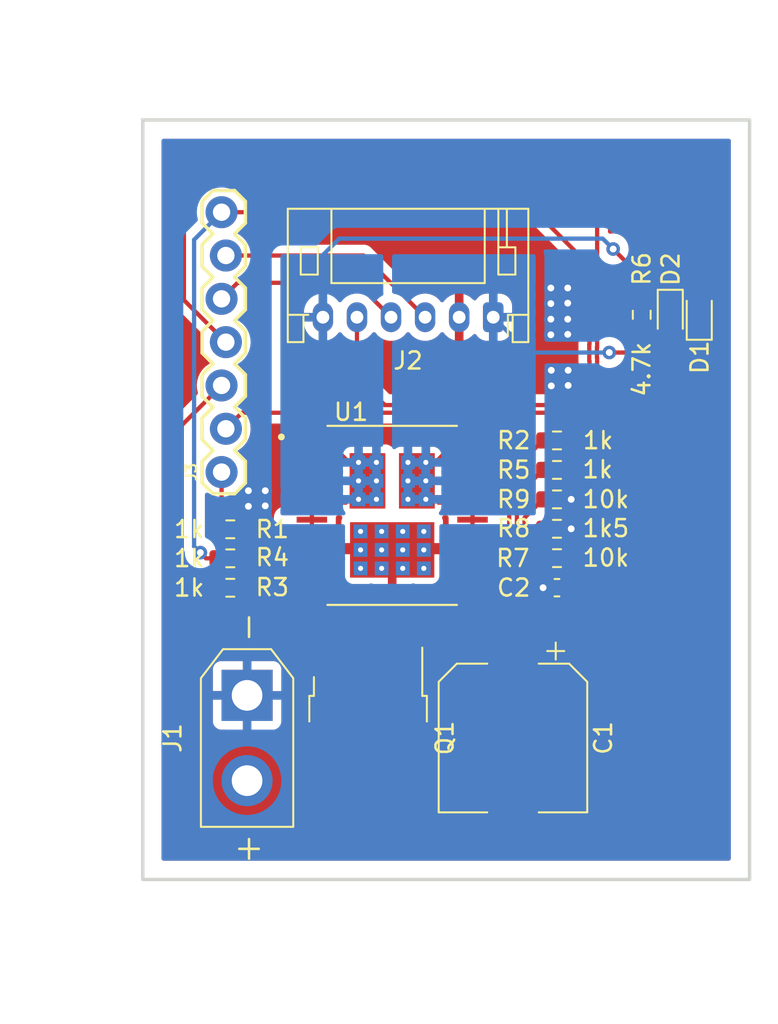
<source format=kicad_pcb>
(kicad_pcb (version 20211014) (generator pcbnew)
  (layers (0 "F.Cu" signal) (31 "B.Cu" signal) (34 "B.Paste" user) (35 "F.Paste" user) (36 "B.SilkS" user "B.Silkscreen") (37 "F.SilkS" user "F.Silkscreen") (38 "B.Mask" user) (39 "F.Mask" user) (44 "Edge.Cuts" user))
  (net 0 "")
  (net 1 "GND")
  (net 2 "/OUTA")
  (net 3 "Net-(C1-Pad1)")
  (net 4 "Net-(R1-Pad2)")
  (net 5 "Net-(R4-Pad1)")
  (net 6 "Net-(R3-Pad2)")
  (net 7 "Net-(R7-Pad2)")
  (net 8 "Net-(R9-Pad1)")
  (net 9 "Net-(R5-Pad1)")
  (net 10 "Net-(R2-Pad2)")
  (net 11 "/OUTB")
  (net 12 "/INA")
  (net 13 "/PWM")
  (net 14 "+3V3")
  (net 15 "Net-(D1-Pad2)")
  (net 16 "/CS")
  (net 17 "+12V")
  (net 18 "/C2")
  (net 19 "/C1")
  (net 20 "/INB")
  (footprint "Capacitor_SMD:CP_Elec_8x10.5" (layer "F.Cu") (at 162.2174 113.7146 -90)
    (fp_text reference "C1" (at 0 -5.3 90) (layer "F.SilkS"))
    (fp_text value "470µF / 16V")
    (fp_line (start -3.295563 4.36) (end 4.36 4.36) (layer "F.SilkS") (width 0.12))
    (fp_line (start -4.36 3.295563) (end -4.36 1.51) (layer "F.SilkS") (width 0.12))
    (fp_line (start -5.6 -2.51) (end -4.6 -2.51) (layer "F.SilkS") (width 0.12))
    (fp_line (start -4.36 3.295563) (end -3.295563 4.36) (layer "F.SilkS") (width 0.12))
    (fp_line (start 4.36 -4.36) (end 4.36 -1.51) (layer "F.SilkS") (width 0.12))
    (fp_line (start -5.1 -3.01) (end -5.1 -2.01) (layer "F.SilkS") (width 0.12))
    (fp_line (start 4.36 4.36) (end 4.36 1.51) (layer "F.SilkS") (width 0.12))
    (fp_line (start -4.36 -3.295563) (end -3.295563 -4.36) (layer "F.SilkS") (width 0.12))
    (fp_line (start -3.295563 -4.36) (end 4.36 -4.36) (layer "F.SilkS") (width 0.12))
    (fp_line (start -4.36 -3.295563) (end -4.36 -1.51) (layer "F.SilkS") (width 0.12))
    (pad "1" smd roundrect locked (at -3.7 0 270) (size 4.4 2.5) (layers "F.Cu" "F.Paste" "F.Mask") (roundrect_rratio 0.1) (net 3 "Net-(C1-Pad1)"))
    (pad "2" smd roundrect locked (at 3.7 0 270) (size 4.4 2.5) (layers "F.Cu" "F.Paste" "F.Mask") (roundrect_rratio 0.1) (net 1 "GND"))
  )
  (footprint "Resistor_SMD:R_0603_1608Metric" (layer "F.Cu") (at 164.800809 96.2636 180)
    (fp_text reference "R2" (at 2.54 0) (layer "F.SilkS"))
    (fp_text value "1k" (at -2.413 0) (layer "F.SilkS"))
    (fp_line (start -0.237258 0.5225) (end 0.237258 0.5225) (layer "F.SilkS") (width 0.12))
    (fp_line (start -0.237258 -0.5225) (end 0.237258 -0.5225) (layer "F.SilkS") (width 0.12))
    (pad "1" smd roundrect (at -0.825 0 180) (size 0.8 0.95) (layers "F.Cu" "F.Paste" "F.Mask") (net 20 "/INB"))
    (pad "2" smd roundrect (at 0.825 0 180) (size 0.8 0.95) (layers "F.Cu" "F.Paste" "F.Mask") (net 10 "Net-(R2-Pad2)"))
  )
  (footprint "Package_TO_SOT_SMD:TO-252-2" (layer "F.Cu") (at 153.7131 113.7146 -90)
    (fp_text reference "Q1" (at 0 -4.5 -270) (layer "F.SilkS"))
    (fp_text value "IRFR5410PbF")
    (fp_line (start -2.47 -3.18) (end -5.3 -3.18) (layer "F.SilkS") (width 0.12))
    (fp_line (start -0.97 3.45) (end -2.47 3.45) (layer "F.SilkS") (width 0.12))
    (fp_line (start -2.47 -3.45) (end -2.47 -3.18) (layer "F.SilkS") (width 0.12))
    (fp_line (start -2.47 3.18) (end -3.57 3.18) (layer "F.SilkS") (width 0.12))
    (fp_line (start -0.97 -3.45) (end -2.47 -3.45) (layer "F.SilkS") (width 0.12))
    (fp_line (start -2.47 3.45) (end -2.47 3.18) (layer "F.SilkS") (width 0.12))
    (pad "1" smd rect locked (at -4.2 -2.28 270) (size 2.2 1.2) (layers "F.Cu" "F.Paste" "F.Mask") (net 1 "GND"))
    (pad "2" smd rect locked (at 2.1 0 270) (size 6.4 5.8) (layers "F.Cu" "F.Mask") (net 17 "+12V"))
    (pad "3" smd rect locked (at -4.2 2.28 270) (size 2.2 1.2) (layers "F.Cu" "F.Paste" "F.Mask") (net 3 "Net-(C1-Pad1)"))
  )
  (footprint "Connector_AMASS:AMASS_XT30UPB-F_1x02_P5.0mm_Vertical" (layer "F.Cu") (at 146.6088 111.2146 -90)
    (fp_text reference "J1" (at 2.5 4.3688 -90) (layer "F.SilkS"))
    (fp_text value "Conn_01x02_Female" hide)
    (fp_text user "+" (at 9 0 -90) (layer "F.SilkS") (effects (font (size 1.5 1.5))))
    (fp_text user "-" (at -4 0 -90) (layer "F.SilkS") (effects (font (size 1.5 1.5))))
    (fp_line (start 7.71 -2.71) (end 7.71 2.71) (layer "F.SilkS") (width 0.12))
    (fp_line (start -2.71 1.41) (end -1.01 2.71) (layer "F.SilkS") (width 0.12))
    (fp_line (start -2.71 -1.41) (end -2.71 1.41) (layer "F.SilkS") (width 0.12))
    (fp_line (start -1.01 -2.71) (end 7.71 -2.71) (layer "F.SilkS") (width 0.12))
    (fp_line (start -2.71 -1.41) (end -1.01 -2.71) (layer "F.SilkS") (width 0.12))
    (fp_line (start -1.01 2.71) (end 7.71 2.71) (layer "F.SilkS") (width 0.12))
    (pad "1" thru_hole rect locked (at 0 0 270) (size 3 3) (drill 1.8) (layers *.Cu *.Mask) (net 1 "GND"))
    (pad "2" thru_hole circle locked (at 5 0 270) (size 3 3) (drill 1.8) (layers *.Cu *.Mask) (net 17 "+12V"))
  )
  (footprint "Capacitor_SMD:C_0603_1608Metric" (layer "F.Cu") (at 164.800809 104.8996 180)
    (fp_text reference "C2" (at 2.54 -0.0044) (layer "F.SilkS"))
    (fp_text value "33nF")
    (fp_line (start -0.14058 -0.51) (end 0.14058 -0.51) (layer "F.SilkS") (width 0.12))
    (fp_line (start -0.14058 0.51) (end 0.14058 0.51) (layer "F.SilkS") (width 0.12))
    (pad "1" smd roundrect locked (at -0.775 0 180) (size 0.9 0.95) (layers "F.Cu" "F.Paste" "F.Mask") (net 16 "/CS"))
    (pad "2" smd roundrect locked (at 0.775 0 180) (size 0.9 0.95) (layers "F.Cu" "F.Paste" "F.Mask") (net 1 "GND"))
  )
  (footprint "Connectors:1X07_LOCK" (layer "F.Cu") (at 145.2384 98.119 90)
    (fp_text reference "J3" (at 0 -1.905 90) (layer "F.SilkS") (effects (font (size 0.6096 0.6096) (thickness 0.127))))
    (fp_text value "Conn_01x07_Male" hide)
    (fp_line (start 12.065 1.27) (end 11.43 0.635) (layer "F.SilkS") (width 0.2032))
    (fp_line (start -1.27 0.635) (end -0.635 1.27) (layer "F.SilkS") (width 0.2032))
    (fp_line (start 13.335 -1.27) (end 13.97 -0.635) (layer "F.SilkS") (width 0.2032))
    (fp_line (start 3.175 1.27) (end 1.905 1.27) (layer "F.SilkS") (width 0.2032))
    (fp_line (start 13.97 0.635) (end 13.335 1.27) (layer "F.SilkS") (width 0.2032))
    (fp_line (start 8.89 0.635) (end 8.255 1.27) (layer "F.SilkS") (width 0.2032))
    (fp_line (start 12.065 -1.27) (end 13.335 -1.27) (layer "F.SilkS") (width 0.2032))
    (fp_line (start 8.255 -1.27) (end 8.89 -0.635) (layer "F.SilkS") (width 0.2032))
    (fp_line (start 9.525 -1.27) (end 10.795 -1.27) (layer "F.SilkS") (width 0.2032))
    (fp_line (start 10.795 -1.27) (end 11.43 -0.635) (layer "F.SilkS") (width 0.2032))
    (fp_line (start 6.985 -1.27) (end 6.35 -0.635) (layer "F.SilkS") (width 0.2032))
    (fp_line (start 15.875 1.27) (end 14.605 1.27) (layer "F.SilkS") (width 0.2032))
    (fp_line (start 6.35 0.635) (end 6.985 1.27) (layer "F.SilkS") (width 0.2032))
    (fp_line (start 1.27 0.635) (end 0.635 1.27) (layer "F.SilkS") (width 0.2032))
    (fp_line (start 0.635 1.27) (end -0.635 1.27) (layer "F.SilkS") (width 0.2032))
    (fp_line (start 0.635 -1.27) (end 1.27 -0.635) (layer "F.SilkS") (width 0.2032))
    (fp_line (start 6.985 -1.27) (end 8.255 -1.27) (layer "F.SilkS") (width 0.2032))
    (fp_line (start 14.605 -1.27) (end 13.97 -0.635) (layer "F.SilkS") (width 0.2032))
    (fp_line (start 3.81 -0.635) (end 4.445 -1.27) (layer "F.SilkS") (width 0.2032))
    (fp_line (start 1.905 -1.27) (end 3.175 -1.27) (layer "F.SilkS") (width 0.2032))
    (fp_line (start 8.89 -0.635) (end 9.525 -1.27) (layer "F.SilkS") (width 0.2032))
    (fp_line (start 16.51 -0.635) (end 16.51 0.635) (layer "F.SilkS") (width 0.2032))
    (fp_line (start 13.97 0.635) (end 14.605 1.27) (layer "F.SilkS") (width 0.2032))
    (fp_line (start 5.715 -1.27) (end 6.35 -0.635) (layer "F.SilkS") (width 0.2032))
    (fp_line (start 13.335 1.27) (end 12.065 1.27) (layer "F.SilkS") (width 0.2032))
    (fp_line (start 6.35 0.635) (end 5.715 1.27) (layer "F.SilkS") (width 0.2032))
    (fp_line (start 14.605 -1.27) (end 15.875 -1.27) (layer "F.SilkS") (width 0.2032))
    (fp_line (start 10.795 1.27) (end 9.525 1.27) (layer "F.SilkS") (width 0.2032))
    (fp_line (start 3.175 -1.27) (end 3.81 -0.635) (layer "F.SilkS") (width 0.2032))
    (fp_line (start -1.27 -0.635) (end -1.27 0.635) (layer "F.SilkS") (width 0.2032))
    (fp_line (start 9.525 1.27) (end 8.89 0.635) (layer "F.SilkS") (width 0.2032))
    (fp_line (start 1.905 1.27) (end 1.27 0.635) (layer "F.SilkS") (width 0.2032))
    (fp_line (start 15.875 -1.27) (end 16.51 -0.635) (layer "F.SilkS") (width 0.2032))
    (fp_line (start 1.27 -0.635) (end 1.905 -1.27) (layer "F.SilkS") (width 0.2032))
    (fp_line (start -0.635 -1.27) (end -1.27 -0.635) (layer "F.SilkS") (width 0.2032))
    (fp_line (start 8.255 1.27) (end 6.985 1.27) (layer "F.SilkS") (width 0.2032))
    (fp_line (start 16.51 0.635) (end 15.875 1.27) (layer "F.SilkS") (width 0.2032))
    (fp_line (start 11.43 0.635) (end 10.795 1.27) (layer "F.SilkS") (width 0.2032))
    (fp_line (start 4.445 1.27) (end 3.81 0.635) (layer "F.SilkS") (width 0.2032))
    (fp_line (start 5.715 1.27) (end 4.445 1.27) (layer "F.SilkS") (width 0.2032))
    (fp_line (start 3.81 0.635) (end 3.175 1.27) (layer "F.SilkS") (width 0.2032))
    (fp_line (start 11.43 -0.635) (end 12.065 -1.27) (layer "F.SilkS") (width 0.2032))
    (fp_line (start 4.445 -1.27) (end 5.715 -1.27) (layer "F.SilkS") (width 0.2032))
    (fp_line (start -0.635 -1.27) (end 0.635 -1.27) (layer "F.SilkS") (width 0.2032))
    (pad "1" thru_hole circle locked (at 0 -0.127 90) (size 1.8796 1.8796) (drill 1.016) (layers *.Cu *.Mask) (net 12 "/INA"))
    (pad "2" thru_hole circle locked (at 2.54 0.127 90) (size 1.8796 1.8796) (drill 1.016) (layers *.Cu *.Mask) (net 20 "/INB"))
    (pad "3" thru_hole circle locked (at 5.08 -0.127 90) (size 1.8796 1.8796) (drill 1.016) (layers *.Cu *.Mask) (net 13 "/PWM"))
    (pad "4" thru_hole circle locked (at 7.62 0.127 90) (size 1.8796 1.8796) (drill 1.016) (layers *.Cu *.Mask) (net 16 "/CS"))
    (pad "5" thru_hole circle locked (at 10.16 -0.127 90) (size 1.8796 1.8796) (drill 1.016) (layers *.Cu *.Mask) (net 19 "/C1"))
    (pad "6" thru_hole circle locked (at 12.7 0.127 90) (size 1.8796 1.8796) (drill 1.016) (layers *.Cu *.Mask) (net 18 "/C2"))
    (pad "7" thru_hole circle locked (at 15.24 -0.127 90) (size 1.8796 1.8796) (drill 1.016) (layers *.Cu *.Mask) (net 14 "+3V3"))
  )
  (footprint "Connector_JST:JST_PH_S6B-PH-K_1x06_P2.00mm_Horizontal" (layer "F.Cu") (at 161.0588 89.0374 180)
    (fp_text reference "J2" (at 5 -2.55) (layer "F.SilkS"))
    (fp_text value "Conn_01x06_Female" hide)
    (fp_line (start -1.3 4.1) (end -0.3 4.1) (layer "F.SilkS") (width 0.12))
    (fp_line (start -1.14 -1.46) (end -2.06 -1.46) (layer "F.SilkS") (width 0.12))
    (fp_line (start -0.3 4.1) (end -0.3 2.5) (layer "F.SilkS") (width 0.12))
    (fp_line (start -2.06 6.36) (end 12.06 6.36) (layer "F.SilkS") (width 0.12))
    (fp_line (start 11.3 4.1) (end 10.3 4.1) (layer "F.SilkS") (width 0.12))
    (fp_line (start 10.3 4.1) (end 10.3 2.5) (layer "F.SilkS") (width 0.12))
    (fp_line (start -1.3 2.5) (end -1.3 4.1) (layer "F.SilkS") (width 0.12))
    (fp_line (start -0.86 0.14) (end -1.14 0.14) (layer "F.SilkS") (width 0.12))
    (fp_line (start 9.5 2) (end 9.5 6.36) (layer "F.SilkS") (width 0.12))
    (fp_line (start 11.3 2.5) (end 11.3 4.1) (layer "F.SilkS") (width 0.12))
    (fp_line (start -0.3 2.5) (end -1.3 2.5) (layer "F.SilkS") (width 0.12))
    (fp_line (start -2.06 0.14) (end -1.14 0.14) (layer "F.SilkS") (width 0.12))
    (fp_line (start -0.3 4.1) (end -0.3 6.36) (layer "F.SilkS") (width 0.12))
    (fp_line (start -2.06 -1.46) (end -2.06 6.36) (layer "F.SilkS") (width 0.12))
    (fp_line (start -0.8 4.1) (end -0.8 6.36) (layer "F.SilkS") (width 0.12))
    (fp_line (start 12.06 -1.46) (end 11.14 -1.46) (layer "F.SilkS") (width 0.12))
    (fp_line (start 0.5 6.36) (end 0.5 2) (layer "F.SilkS") (width 0.12))
    (fp_line (start 11.14 -1.46) (end 11.14 0.14) (layer "F.SilkS") (width 0.12))
    (fp_line (start 10.3 2.5) (end 11.3 2.5) (layer "F.SilkS") (width 0.12))
    (fp_line (start 12.06 6.36) (end 12.06 -1.46) (layer "F.SilkS") (width 0.12))
    (fp_line (start -0.86 0.14) (end -0.86 -1.075) (layer "F.SilkS") (width 0.12))
    (fp_line (start -1.14 0.14) (end -1.14 -1.46) (layer "F.SilkS") (width 0.12))
    (fp_line (start 12.06 0.14) (end 11.14 0.14) (layer "F.SilkS") (width 0.12))
    (fp_line (start 11.14 0.14) (end 10.86 0.14) (layer "F.SilkS") (width 0.12))
    (fp_line (start 0.5 2) (end 9.5 2) (layer "F.SilkS") (width 0.12))
    (pad "1" thru_hole roundrect locked (at 0 0 180) (size 1.2 1.75) (drill 0.75) (layers *.Cu *.Mask) (roundrect_rratio 0.2083333333) (net 11 "/OUTB"))
    (pad "2" thru_hole oval locked (at 2 0 180) (size 1.2 1.75) (drill 0.75) (layers *.Cu *.Mask) (net 1 "GND"))
    (pad "3" thru_hole oval locked (at 4 0 180) (size 1.2 1.75) (drill 0.75) (layers *.Cu *.Mask) (net 18 "/C2"))
    (pad "4" thru_hole oval locked (at 6 0 180) (size 1.2 1.75) (drill 0.75) (layers *.Cu *.Mask) (net 19 "/C1"))
    (pad "5" thru_hole oval locked (at 8 0 180) (size 1.2 1.75) (drill 0.75) (layers *.Cu *.Mask) (net 14 "+3V3"))
    (pad "6" thru_hole oval locked (at 10 0 180) (size 1.2 1.75) (drill 0.75) (layers *.Cu *.Mask) (net 2 "/OUTA"))
  )
  (footprint "Resistor_SMD:R_0603_1608Metric" (layer "F.Cu") (at 164.800809 97.9932)
    (fp_text reference "R5" (at -2.54 0) (layer "F.SilkS"))
    (fp_text value "1k" (at 2.3876 -0.0254) (layer "F.SilkS"))
    (fp_line (start -0.237258 -0.5225) (end 0.237258 -0.5225) (layer "F.SilkS") (width 0.12))
    (fp_line (start -0.237258 0.5225) (end 0.237258 0.5225) (layer "F.SilkS") (width 0.12))
    (pad "1" smd roundrect (at -0.825 0) (size 0.8 0.95) (layers "F.Cu" "F.Paste" "F.Mask") (net 9 "Net-(R5-Pad1)"))
    (pad "2" smd roundrect (at 0.825 0) (size 0.8 0.95) (layers "F.Cu" "F.Paste" "F.Mask") (net 14 "+3V3"))
  )
  (footprint "Diode_SMD:D_0603_1608Metric" (layer "F.Cu") (at 173.153 88.8734 90)
    (fp_text reference "D1" (at -2.5146 0.0254 90) (layer "F.SilkS"))
    (fp_text value "RED")
    (fp_line (start -1.485 -0.735) (end -1.485 0.735) (layer "F.SilkS") (width 0.12))
    (fp_line (start 0.8 -0.735) (end -1.485 -0.735) (layer "F.SilkS") (width 0.12))
    (fp_line (start -1.485 0.735) (end 0.8 0.735) (layer "F.SilkS") (width 0.12))
    (pad "1" smd roundrect locked (at -0.7875 0 90) (size 0.875 0.95) (layers "F.Cu" "F.Paste" "F.Mask") (net 11 "/OUTB"))
    (pad "2" smd roundrect locked (at 0.7875 0 90) (size 0.875 0.95) (layers "F.Cu" "F.Paste" "F.Mask") (net 15 "Net-(D1-Pad2)"))
  )
  (footprint "Resistor_SMD:R_0603_1608Metric" (layer "F.Cu") (at 164.800809 99.7204)
    (fp_text reference "R9" (at -2.54 0) (layer "F.SilkS"))
    (fp_text value "10k" (at 2.8702 0) (layer "F.SilkS"))
    (fp_line (start -0.237258 -0.5225) (end 0.237258 -0.5225) (layer "F.SilkS") (width 0.12))
    (fp_line (start -0.237258 0.5225) (end 0.237258 0.5225) (layer "F.SilkS") (width 0.12))
    (pad "1" smd roundrect (at -0.825 0) (size 0.8 0.95) (layers "F.Cu" "F.Paste" "F.Mask") (net 8 "Net-(R9-Pad1)"))
    (pad "2" smd roundrect (at 0.825 0) (size 0.8 0.95) (layers "F.Cu" "F.Paste" "F.Mask") (net 1 "GND"))
  )
  (footprint "Resistor_SMD:R_0603_1608Metric" (layer "F.Cu") (at 145.623809 104.904)
    (fp_text reference "R3" (at 2.4638 -0.0254) (layer "F.SilkS"))
    (fp_text value "1k" (at -2.413 0) (layer "F.SilkS"))
    (fp_line (start -0.237258 -0.5225) (end 0.237258 -0.5225) (layer "F.SilkS") (width 0.12))
    (fp_line (start -0.237258 0.5225) (end 0.237258 0.5225) (layer "F.SilkS") (width 0.12))
    (pad "1" smd roundrect (at -0.825 0) (size 0.8 0.95) (layers "F.Cu" "F.Paste" "F.Mask") (net 13 "/PWM"))
    (pad "2" smd roundrect (at 0.825 0) (size 0.8 0.95) (layers "F.Cu" "F.Paste" "F.Mask") (net 6 "Net-(R3-Pad2)"))
  )
  (footprint "Resistor_SMD:R_0603_1608Metric" (layer "F.Cu") (at 145.623809 101.475)
    (fp_text reference "R1" (at 2.4638 0) (layer "F.SilkS"))
    (fp_text value "1k" (at -2.413 0) (layer "F.SilkS"))
    (fp_line (start -0.237258 0.5225) (end 0.237258 0.5225) (layer "F.SilkS") (width 0.12))
    (fp_line (start -0.237258 -0.5225) (end 0.237258 -0.5225) (layer "F.SilkS") (width 0.12))
    (pad "1" smd roundrect (at -0.825 0) (size 0.8 0.95) (layers "F.Cu" "F.Paste" "F.Mask") (net 12 "/INA"))
    (pad "2" smd roundrect (at 0.825 0) (size 0.8 0.95) (layers "F.Cu" "F.Paste" "F.Mask") (net 4 "Net-(R1-Pad2)"))
  )
  (footprint "Resistor_SMD:R_0603_1608Metric" (layer "F.Cu") (at 164.800809 101.4452 180)
    (fp_text reference "R8" (at 2.54 0.0254) (layer "F.SilkS"))
    (fp_text value "1k5" (at -2.8702 0.0254) (layer "F.SilkS"))
    (fp_line (start -0.237258 0.5225) (end 0.237258 0.5225) (layer "F.SilkS") (width 0.12))
    (fp_line (start -0.237258 -0.5225) (end 0.237258 -0.5225) (layer "F.SilkS") (width 0.12))
    (pad "1" smd roundrect (at -0.825 0 180) (size 0.8 0.95) (layers "F.Cu" "F.Paste" "F.Mask") (net 1 "GND"))
    (pad "2" smd roundrect (at 0.825 0 180) (size 0.8 0.95) (layers "F.Cu" "F.Paste" "F.Mask") (net 7 "Net-(R7-Pad2)"))
  )
  (footprint "Resistor_SMD:R_0603_1608Metric" (layer "F.Cu") (at 169.7748 88.8934 -90)
    (fp_text reference "R6" (at -2.6924 0 90) (layer "F.SilkS"))
    (fp_text value "4.7k" (at 3.2004 0 90) (layer "F.SilkS"))
    (fp_line (start -0.237258 0.5225) (end 0.237258 0.5225) (layer "F.SilkS") (width 0.12))
    (fp_line (start -0.237258 -0.5225) (end 0.237258 -0.5225) (layer "F.SilkS") (width 0.12))
    (pad "1" smd roundrect (at -0.825 0 270) (size 0.8 0.95) (layers "F.Cu" "F.Paste" "F.Mask") (net 15 "Net-(D1-Pad2)"))
    (pad "2" smd roundrect (at 0.825 0 270) (size 0.8 0.95) (layers "F.Cu" "F.Paste" "F.Mask") (net 2 "/OUTA"))
  )
  (footprint "Resistor_SMD:R_0603_1608Metric" (layer "F.Cu") (at 164.800809 103.1672 180)
    (fp_text reference "R7" (at 2.5908 -0.0052) (layer "F.SilkS"))
    (fp_text value "10k" (at -2.8702 0.0202) (layer "F.SilkS"))
    (fp_line (start -0.237258 -0.5225) (end 0.237258 -0.5225) (layer "F.SilkS") (width 0.12))
    (fp_line (start -0.237258 0.5225) (end 0.237258 0.5225) (layer "F.SilkS") (width 0.12))
    (pad "1" smd roundrect (at -0.825 0 180) (size 0.8 0.95) (layers "F.Cu" "F.Paste" "F.Mask") (net 16 "/CS"))
    (pad "2" smd roundrect (at 0.825 0 180) (size 0.8 0.95) (layers "F.Cu" "F.Paste" "F.Mask") (net 7 "Net-(R7-Pad2)"))
  )
  (footprint "Diode_SMD:D_0603_1608Metric" (layer "F.Cu") (at 171.4512 88.9134 -90)
    (fp_text reference "D2" (at -2.6924 -0.0254 90) (layer "F.SilkS"))
    (fp_text value "GREEN")
    (fp_line (start 0.8 -0.735) (end -1.485 -0.735) (layer "F.SilkS") (width 0.12))
    (fp_line (start -1.485 -0.735) (end -1.485 0.735) (layer "F.SilkS") (width 0.12))
    (fp_line (start -1.485 0.735) (end 0.8 0.735) (layer "F.SilkS") (width 0.12))
    (pad "1" smd roundrect locked (at -0.7875 0 270) (size 0.875 0.95) (layers "F.Cu" "F.Paste" "F.Mask") (net 15 "Net-(D1-Pad2)"))
    (pad "2" smd roundrect locked (at 0.7875 0 270) (size 0.875 0.95) (layers "F.Cu" "F.Paste" "F.Mask") (net 11 "/OUTB"))
  )
  (footprint "VNH5050A-E:SOP50P1030X247-39N" (layer "F.Cu") (at 155.127009 100.659)
    (fp_text reference "U1" (at -2.415 -6.062) (layer "F.SilkS"))
    (fp_text value "VNH5050A-E")
    (fp_line (start -3.8 5.25) (end 3.8 5.25) (layer "F.SilkS") (width 0.127))
    (fp_line (start -3.8 -5.25) (end 3.8 -5.25) (layer "F.SilkS") (width 0.127))
    (fp_circle (center -6.505 -4.6) (end -6.405 -4.6) (layer "F.SilkS") (width 0.2) (fill none))
    (pad "1" smd roundrect locked (at -4.715 -4.25) (size 1.79 0.35) (layers "F.Cu" "F.Paste" "F.Mask") (roundrect_rratio 0.04) (net 1 "GND"))
    (pad "2" smd roundrect locked (at -4.715 -3.75) (size 1.79 0.35) (layers "F.Cu" "F.Paste" "F.Mask") (roundrect_rratio 0.04) (net 2 "/OUTA"))
    (pad "3" smd roundrect locked (at -4.715 -3.25) (size 1.79 0.35) (layers "F.Cu" "F.Paste" "F.Mask") (roundrect_rratio 0.04) (net 1 "GND"))
    (pad "4" smd roundrect locked (at -4.715 -2.75) (size 1.79 0.35) (layers "F.Cu" "F.Paste" "F.Mask") (roundrect_rratio 0.04) (net 1 "GND"))
    (pad "5" smd roundrect locked (at -4.715 -2.25) (size 1.79 0.35) (layers "F.Cu" "F.Paste" "F.Mask") (roundrect_rratio 0.04) (net 1 "GND"))
    (pad "6" smd roundrect locked (at -4.715 -1.75) (size 1.79 0.35) (layers "F.Cu" "F.Paste" "F.Mask") (roundrect_rratio 0.04) (net 1 "GND"))
    (pad "7" smd roundrect locked (at -4.715 -1.25) (size 1.79 0.35) (layers "F.Cu" "F.Paste" "F.Mask") (roundrect_rratio 0.04) (net 1 "GND"))
    (pad "8" smd roundrect locked (at -4.715 -0.75) (size 1.79 0.35) (layers "F.Cu" "F.Paste" "F.Mask") (roundrect_rratio 0.04) (net 2 "/OUTA"))
    (pad "9" smd roundrect locked (at -4.715 -0.25) (size 1.79 0.35) (layers "F.Cu" "F.Paste" "F.Mask") (roundrect_rratio 0.04) (net 2 "/OUTA"))
    (pad "10" smd roundrect locked (at -4.715 0.25) (size 1.79 0.35) (layers "F.Cu" "F.Paste" "F.Mask") (roundrect_rratio 0.04) (net 2 "/OUTA"))
    (pad "11" smd roundrect locked (at -4.715 0.75) (size 1.79 0.35) (layers "F.Cu" "F.Paste" "F.Mask") (roundrect_rratio 0.04) (net 2 "/OUTA"))
    (pad "12" smd roundrect locked (at -4.715 1.25) (size 1.79 0.35) (layers "F.Cu" "F.Paste" "F.Mask") (roundrect_rratio 0.04) (net 2 "/OUTA"))
    (pad "13" smd roundrect locked (at -4.715 1.75) (size 1.79 0.35) (layers "F.Cu" "F.Paste" "F.Mask") (roundrect_rratio 0.04) (net 3 "Net-(C1-Pad1)"))
    (pad "14" smd roundrect locked (at -4.715 2.25) (size 1.79 0.35) (layers "F.Cu" "F.Paste" "F.Mask") (roundrect_rratio 0.04) (net 2 "/OUTA"))
    (pad "15" smd roundrect locked (at -4.715 2.75) (size 1.79 0.35) (layers "F.Cu" "F.Paste" "F.Mask") (roundrect_rratio 0.04) (net 4 "Net-(R1-Pad2)"))
    (pad "16" smd roundrect locked (at -4.715 3.25) (size 1.79 0.35) (layers "F.Cu" "F.Paste" "F.Mask") (roundrect_rratio 0.04) (net 5 "Net-(R4-Pad1)"))
    (pad "17" smd roundrect locked (at -4.715 3.75) (size 1.79 0.35) (layers "F.Cu" "F.Paste" "F.Mask") (roundrect_rratio 0.04) (net 6 "Net-(R3-Pad2)"))
    (pad "18" smd roundrect locked (at -4.715 4.25) (size 1.79 0.35) (layers "F.Cu" "F.Paste" "F.Mask") (roundrect_rratio 0.04))
    (pad "19" smd roundrect locked (at 4.715 4.25) (size 1.79 0.35) (layers "F.Cu" "F.Paste" "F.Mask") (roundrect_rratio 0.04) (net 7 "Net-(R7-Pad2)"))
    (pad "20" smd roundrect locked (at 4.715 3.75) (size 1.79 0.35) (layers "F.Cu" "F.Paste" "F.Mask") (roundrect_rratio 0.04) (net 8 "Net-(R9-Pad1)"))
    (pad "21" smd roundrect locked (at 4.715 3.25) (size 1.79 0.35) (layers "F.Cu" "F.Paste" "F.Mask") (roundrect_rratio 0.04) (net 9 "Net-(R5-Pad1)"))
    (pad "22" smd roundrect locked (at 4.715 2.75) (size 1.79 0.35) (layers "F.Cu" "F.Paste" "F.Mask") (roundrect_rratio 0.04) (net 10 "Net-(R2-Pad2)"))
    (pad "23" smd roundrect locked (at 4.715 2.25) (size 1.79 0.35) (layers "F.Cu" "F.Paste" "F.Mask") (roundrect_rratio 0.04) (net 11 "/OUTB"))
    (pad "24" smd roundrect locked (at 4.715 1.75) (size 1.79 0.35) (layers "F.Cu" "F.Paste" "F.Mask") (roundrect_rratio 0.04) (net 3 "Net-(C1-Pad1)"))
    (pad "25" smd roundrect locked (at 4.715 1.25) (size 1.79 0.35) (layers "F.Cu" "F.Paste" "F.Mask") (roundrect_rratio 0.04) (net 11 "/OUTB"))
    (pad "26" smd roundrect locked (at 4.715 0.75) (size 1.79 0.35) (layers "F.Cu" "F.Paste" "F.Mask") (roundrect_rratio 0.04) (net 11 "/OUTB"))
    (pad "27" smd roundrect locked (at 4.715 0.25) (size 1.79 0.35) (layers "F.Cu" "F.Paste" "F.Mask") (roundrect_rratio 0.04) (net 11 "/OUTB"))
    (pad "28" smd roundrect locked (at 4.715 -0.25) (size 1.79 0.35) (layers "F.Cu" "F.Paste" "F.Mask") (roundrect_rratio 0.04) (net 11 "/OUTB"))
    (pad "29" smd roundrect locked (at 4.715 -0.75) (size 1.79 0.35) (layers "F.Cu" "F.Paste" "F.Mask") (roundrect_rratio 0.04) (net 11 "/OUTB"))
    (pad "30" smd roundrect locked (at 4.715 -1.25) (size 1.79 0.35) (layers "F.Cu" "F.Paste" "F.Mask") (roundrect_rratio 0.04) (net 1 "GND"))
    (pad "31" smd roundrect locked (at 4.715 -1.75) (size 1.79 0.35) (layers "F.Cu" "F.Paste" "F.Mask") (roundrect_rratio 0.04) (net 1 "GND"))
    (pad "32" smd roundrect locked (at 4.715 -2.25) (size 1.79 0.35) (layers "F.Cu" "F.Paste" "F.Mask") (roundrect_rratio 0.04) (net 1 "GND"))
    (pad "33" smd roundrect locked (at 4.715 -2.75) (size 1.79 0.35) (layers "F.Cu" "F.Paste" "F.Mask") (roundrect_rratio 0.04) (net 1 "GND"))
    (pad "34" smd roundrect locked (at 4.715 -3.25) (size 1.79 0.35) (layers "F.Cu" "F.Paste" "F.Mask") (roundrect_rratio 0.04) (net 1 "GND"))
    (pad "35" smd roundrect locked (at 4.715 -3.75) (size 1.79 0.35) (layers "F.Cu" "F.Paste" "F.Mask") (roundrect_rratio 0.04) (net 11 "/OUTB"))
    (pad "36" smd roundrect locked (at 4.715 -4.25) (size 1.79 0.35) (layers "F.Cu" "F.Paste" "F.Mask") (roundrect_rratio 0.04) (net 1 "GND"))
    (pad "37" smd rect locked (at 1.45 -2.025 180) (size 2.1 3.25) (layers "F.Cu" "F.Mask") (net 11 "/OUTB"))
    (pad "37_1" thru_hole rect locked (at 1.975 -0.942) (size 0.808 0.808) (drill 0.3) (layers *.Cu *.Mask) (net 11 "/OUTB"))
    (pad "37_2" thru_hole rect locked (at 0.925 -0.942) (size 0.808 0.808) (drill 0.3) (layers *.Cu *.Mask) (net 11 "/OUTB"))
    (pad "37_3" thru_hole rect locked (at 1.975 -2.025) (size 0.808 0.808) (drill 0.3) (layers *.Cu *.Mask) (net 11 "/OUTB"))
    (pad "37_4" thru_hole rect locked (at 0.925 -2.025) (size 0.808 0.808) (drill 0.3) (layers *.Cu *.Mask) (net 11 "/OUTB"))
    (pad "37_5" thru_hole rect locked (at 1.975 -3.108) (size 0.808 0.808) (drill 0.3) (layers *.Cu *.Mask) (net 11 "/OUTB"))
    (pad "37_6" thru_hole rect locked (at 0.925 -3.108) (size 0.808 0.808) (drill 0.3) (layers *.Cu *.Mask) (net 11 "/OUTB"))
    (pad "38" smd rect locked (at -1.45 -2.025 180) (size 2.1 3.25) (layers "F.Cu" "F.Mask") (net 2 "/OUTA"))
    (pad "38_1" thru_hole rect locked (at -0.925 -0.942) (size 0.808 0.808) (drill 0.3) (layers *.Cu *.Mask) (net 2 "/OUTA"))
    (pad "38_2" thru_hole rect locked (at -1.975 -0.942) (size 0.808 0.808) (drill 0.3) (layers *.Cu *.Mask) (net 2 "/OUTA"))
    (pad "38_3" thru_hole rect locked (at -0.925 -2.025) (size 0.808 0.808) (drill 0.3) (layers *.Cu *.Mask) (net 2 "/OUTA"))
    (pad "38_4" thru_hole rect locked (at -1.975 -2.025) (size 0.808 0.808) (drill 0.3) (layers *.Cu *.Mask) (net 2 "/OUTA"))
    (pad "38_5" thru_hole rect locked (at -0.925 -3.108) (size 0.808 0.808) (drill 0.3) (layers *.Cu *.Mask) (net 2 "/OUTA"))
    (pad "38_6" thru_hole rect locked (at -1.975 -3.108) (size 0.808 0.808) (drill 0.3) (layers *.Cu *.Mask) (net 2 "/OUTA"))
    (pad "39" smd rect locked (at 0 2.025 180) (size 4.95 3.25) (layers "F.Cu" "F.Mask") (net 3 "Net-(C1-Pad1)"))
    (pad "39_1" thru_hole rect locked (at 1.85625 3.108) (size 0.808 0.808) (drill 0.3) (layers *.Cu *.Mask) (net 3 "Net-(C1-Pad1)"))
    (pad "39_2" thru_hole rect locked (at 0.61875 3.108) (size 0.808 0.808) (drill 0.3) (layers *.Cu *.Mask) (net 3 "Net-(C1-Pad1)"))
    (pad "39_3" thru_hole rect locked (at -0.61875 3.108) (size 0.808 0.808) (drill 0.3) (layers *.Cu *.Mask) (net 3 "Net-(C1-Pad1)"))
    (pad "39_4" thru_hole rect locked (at -1.85625 3.108) (size 0.808 0.808) (drill 0.3) (layers *.Cu *.Mask) (net 3 "Net-(C1-Pad1)"))
    (pad "39_5" thru_hole rect locked (at 1.85625 2.025) (size 0.808 0.808) (drill 0.3) (layers *.Cu *.Mask) (net 3 "Net-(C1-Pad1)"))
    (pad "39_6" thru_hole rect locked (at 0.61875 2.025) (size 0.808 0.808) (drill 0.3) (layers *.Cu *.Mask) (net 3 "Net-(C1-Pad1)"))
    (pad "39_7" thru_hole rect locked (at -0.61875 2.025) (size 0.808 0.808) (drill 0.3) (layers *.Cu *.Mask) (net 3 "Net-(C1-Pad1)"))
    (pad "39_8" thru_hole rect locked (at -1.85625 2.025) (size 0.808 0.808) (drill 0.3) (layers *.Cu *.Mask) (net 3 "Net-(C1-Pad1)"))
    (pad "39_9" thru_hole rect locked (at 1.85625 0.942) (size 0.808 0.808) (drill 0.3) (layers *.Cu *.Mask) (net 3 "Net-(C1-Pad1)"))
    (pad "39_10" thru_hole rect locked (at 0.61875 0.942) (size 0.808 0.808) (drill 0.3) (layers *.Cu *.Mask) (net 3 "Net-(C1-Pad1)"))
    (pad "39_11" thru_hole rect locked (at -0.61875 0.942) (size 0.808 0.808) (drill 0.3) (layers *.Cu *.Mask) (net 3 "Net-(C1-Pad1)"))
    (pad "39_12" thru_hole rect locked (at -1.85625 0.942) (size 0.808 0.808) (drill 0.3) (layers *.Cu *.Mask) (net 3 "Net-(C1-Pad1)"))
  )
  (footprint "Resistor_SMD:R_0603_1608Metric" (layer "F.Cu") (at 145.623809 103.1768 180)
    (fp_text reference "R4" (at -2.4638 0.0508) (layer "F.SilkS"))
    (fp_text value "1k" (at 2.413 0) (layer "F.SilkS"))
    (fp_line (start -0.237258 -0.5225) (end 0.237258 -0.5225) (layer "F.SilkS") (width 0.12))
    (fp_line (start -0.237258 0.5225) (end 0.237258 0.5225) (layer "F.SilkS") (width 0.12))
    (pad "1" smd roundrect (at -0.825 0 180) (size 0.8 0.95) (layers "F.Cu" "F.Paste" "F.Mask") (net 5 "Net-(R4-Pad1)"))
    (pad "2" smd roundrect (at 0.825 0 180) (size 0.8 0.95) (layers "F.Cu" "F.Paste" "F.Mask") (net 14 "+3V3"))
  )
  (gr_rect (start 140.4874 77.47) (end 176.1074 122.01) (layer "Edge.Cuts") (width 0.2) (fill none))
  (segment (start 159.842009 96.409) (end 160.862748 96.409) (width 0.25) (layer "F.Cu") (net 1))
  (segment (start 150.412009 99.409) (end 150.412009 97.409) (width 0.25) (layer "F.Cu") (net 1))
  (segment (start 162.2174 117.4146) (end 162.2174 115.7389) (width 3) (layer "F.Cu") (net 1))
  (segment (start 160.862748 96.409) (end 161.061529 96.607781) (width 0.25) (layer "F.Cu") (net 1))
  (segment (start 159.842009 99.409) (end 159.842009 97.409) (width 0.25) (layer "F.Cu") (net 1))
  (segment (start 149.192489 96.607781) (end 149.192489 97.210219) (width 0.25) (layer "F.Cu") (net 1))
  (segment (start 150.412009 96.409) (end 149.39127 96.409) (width 0.25) (layer "F.Cu") (net 1))
  (segment (start 160.9344 97.409) (end 159.842009 97.409) (width 0.25) (layer "F.Cu") (net 1))
  (segment (start 162.2174 115.7389) (end 155.9931 109.5146) (width 3) (layer "F.Cu") (net 1))
  (segment (start 149.39127 96.409) (end 149.192489 96.607781) (width 0.25) (layer "F.Cu") (net 1))
  (segment (start 161.061529 97.281871) (end 160.9344 97.409) (width 0.25) (layer "F.Cu") (net 1))
  (segment (start 149.192489 97.210219) (end 149.39127 97.409) (width 0.25) (layer "F.Cu") (net 1))
  (segment (start 161.061529 96.607781) (end 161.061529 97.281871) (width 0.25) (layer "F.Cu") (net 1))
  (segment (start 149.39127 97.409) (end 150.412009 97.409) (width 0.25) (layer "F.Cu") (net 1))
  (via (at 165.4314 90.0418) (size 0.8) (drill 0.4) (layers "F.Cu" "B.Cu") (net 1))
  (via (at 146.6862 100.1256) (size 0.8) (drill 0.4) (layers "F.Cu" "B.Cu") (net 1))
  (via (at 165.6346 99.7192) (size 0.8) (drill 0.4) (layers "F.Cu" "B.Cu") (net 1))
  (via (at 165.4568 93.039) (size 0.8) (drill 0.4) (layers "F.Cu" "B.Cu") (net 1))
  (via (at 163.9836 104.9008) (size 0.8) (drill 0.4) (layers "F.Cu" "B.Cu") (net 1))
  (via (at 164.4408 88.2384) (size 0.8) (drill 0.4) (layers "F.Cu" "B.Cu") (net 1))
  (via (at 165.4314 88.213) (size 0.8) (drill 0.4) (layers "F.Cu" "B.Cu") (net 1))
  (via (at 164.4408 87.324) (size 0.8) (drill 0.4) (layers "F.Cu" "B.Cu") (net 1))
  (via (at 164.4662 93.0644) (size 0.8) (drill 0.4) (layers "F.Cu" "B.Cu") (net 1))
  (via (at 165.4314 89.1528) (size 0.8) (drill 0.4) (layers "F.Cu" "B.Cu") (net 1))
  (via (at 165.4314 87.324) (size 0.8) (drill 0.4) (layers "F.Cu" "B.Cu") (net 1))
  (via (at 146.6862 99.2112) (size 0.8) (drill 0.4) (layers "F.Cu" "B.Cu") (net 1))
  (via (at 147.6768 100.1002) (size 0.8) (drill 0.4) (layers "F.Cu" "B.Cu") (net 1))
  (via (at 164.4408 89.1528) (size 0.8) (drill 0.4) (layers "F.Cu" "B.Cu") (net 1))
  (via (at 164.4408 90.0672) (size 0.8) (drill 0.4) (layers "F.Cu" "B.Cu") (net 1))
  (via (at 147.6768 99.2112) (size 0.8) (drill 0.4) (layers "F.Cu" "B.Cu") (net 1))
  (via (at 165.4568 92.15) (size 0.8) (drill 0.4) (layers "F.Cu" "B.Cu") (net 1))
  (via (at 165.6346 101.4464) (size 0.8) (drill 0.4) (layers "F.Cu" "B.Cu") (net 1))
  (via (at 164.4662 92.15) (size 0.8) (drill 0.4) (layers "F.Cu" "B.Cu") (net 1))
  (segment (start 149.192489 102.107781) (end 149.39127 101.909) (width 0.25) (layer "F.Cu") (net 2))
  (segment (start 149.192489 102.710219) (end 149.192489 102.107781) (width 0.25) (layer "F.Cu") (net 2))
  (segment (start 168.9112 85.8508) (end 168.9112 88.8548) (width 0.25) (layer "F.Cu") (net 2))
  (segment (start 150.412009 102.909) (end 149.39127 102.909) (width 0.25) (layer "F.Cu") (net 2))
  (segment (start 150.412009 99.909) (end 152.402009 99.909) (width 0.25) (layer "F.Cu") (net 2))
  (segment (start 150.412009 96.909) (end 151.952009 96.909) (width 0.25) (layer "F.Cu") (net 2))
  (segment (start 150.412009 101.909) (end 150.412009 99.909) (width 0.25) (layer "F.Cu") (net 2))
  (segment (start 149.39127 102.909) (end 149.192489 102.710219) (width 0.25) (layer "F.Cu") (net 2))
  (segment (start 151.952009 96.909) (end 153.677009 98.634) (width 0.25) (layer "F.Cu") (net 2))
  (segment (start 168.9112 88.8548) (end 169.7748 89.7184) (width 0.25) (layer "F.Cu") (net 2))
  (segment (start 168.0984 85.038) (end 168.9112 85.8508) (width 0.25) (layer "F.Cu") (net 2))
  (segment (start 152.402009 99.909) (end 153.677009 98.634) (width 0.25) (layer "F.Cu") (net 2))
  (segment (start 149.39127 101.909) (end 150.412009 101.909) (width 0.25) (layer "F.Cu") (net 2))
  (via (at 168.0984 85.038) (size 0.8) (drill 0.4) (layers "F.Cu" "B.Cu") (net 2))
  (segment (start 167.4888 84.4284) (end 152.0202 84.4284) (width 0.25) (layer "B.Cu") (net 2))
  (segment (start 168.0984 85.038) (end 167.4888 84.4284) (width 0.25) (layer "B.Cu") (net 2))
  (segment (start 151.0588 85.3898) (end 151.0588 89.0374) (width 0.25) (layer "B.Cu") (net 2))
  (segment (start 152.0202 84.4284) (end 151.0588 85.3898) (width 0.25) (layer "B.Cu") (net 2))
  (segment (start 150.412009 102.409) (end 154.852009 102.409) (width 0.25) (layer "F.Cu") (net 3))
  (segment (start 155.402009 102.409) (end 155.127009 102.684) (width 0.25) (layer "F.Cu") (net 3))
  (segment (start 154.783259 102.409) (end 154.508259 102.684) (width 0.25) (layer "F.Cu") (net 3))
  (segment (start 159.842009 102.409) (end 155.402009 102.409) (width 0.25) (layer "F.Cu") (net 3))
  (segment (start 154.852009 102.409) (end 155.127009 102.684) (width 0.25) (layer "F.Cu") (net 3))
  (segment (start 155.470759 102.409) (end 155.745759 102.684) (width 0.25) (layer "F.Cu") (net 3))
  (segment (start 150.412009 103.409) (end 148.6946 103.409) (width 0.25) (layer "F.Cu") (net 4))
  (segment (start 148.6946 103.409) (end 146.7606 101.475) (width 0.25) (layer "F.Cu") (net 4))
  (segment (start 146.7606 101.475) (end 146.448809 101.475) (width 0.25) (layer "F.Cu") (net 4))
  (segment (start 147.181009 103.909) (end 146.448809 103.1768) (width 0.25) (layer "F.Cu") (net 5))
  (segment (start 150.412009 103.909) (end 147.181009 103.909) (width 0.25) (layer "F.Cu") (net 5))
  (segment (start 150.412009 104.409) (end 146.943809 104.409) (width 0.25) (layer "F.Cu") (net 6))
  (segment (start 146.943809 104.409) (end 146.448809 104.904) (width 0.25) (layer "F.Cu") (net 6))
  (segment (start 159.842009 104.909) (end 161.467362 104.909) (width 0.25) (layer "F.Cu") (net 7))
  (segment (start 161.467362 104.909) (end 163.209162 103.1672) (width 0.25) (layer "F.Cu") (net 7))
  (segment (start 163.975809 103.1672) (end 163.975809 101.4452) (width 0.25) (layer "F.Cu") (net 7))
  (segment (start 163.209162 103.1672) (end 163.975809 103.1672) (width 0.25) (layer "F.Cu") (net 7))
  (segment (start 161.331644 104.409) (end 162.895809 102.844835) (width 0.25) (layer "F.Cu") (net 8))
  (segment (start 162.895809 100.8004) (end 163.975809 99.7204) (width 0.25) (layer "F.Cu") (net 8))
  (segment (start 162.895809 102.844835) (end 162.895809 100.8004) (width 0.25) (layer "F.Cu") (net 8))
  (segment (start 159.842009 104.409) (end 161.331644 104.409) (width 0.25) (layer "F.Cu") (net 8))
  (segment (start 163.251289 98.71772) (end 163.975809 97.9932) (width 0.25) (layer "F.Cu") (net 9))
  (segment (start 161.195927 103.909) (end 162.446289 102.658638) (width 0.25) (layer "F.Cu") (net 9))
  (segment (start 163.251289 99.809202) (end 163.251289 98.71772) (width 0.25) (layer "F.Cu") (net 9))
  (segment (start 162.446289 100.614202) (end 163.251289 99.809202) (width 0.25) (layer "F.Cu") (net 9))
  (segment (start 159.842009 103.909) (end 161.195927 103.909) (width 0.25) (layer "F.Cu") (net 9))
  (segment (start 162.446289 102.658638) (end 162.446289 100.614202) (width 0.25) (layer "F.Cu") (net 9))
  (segment (start 161.996769 100.428004) (end 162.801769 99.623004) (width 0.25) (layer "F.Cu") (net 10))
  (segment (start 159.842009 103.409) (end 161.060209 103.409) (width 0.25) (layer "F.Cu") (net 10))
  (segment (start 161.060209 103.409) (end 161.996769 102.47244) (width 0.25) (layer "F.Cu") (net 10))
  (segment (start 162.801769 99.623004) (end 162.801769 97.43764) (width 0.25) (layer "F.Cu") (net 10))
  (segment (start 162.801769 97.43764) (end 163.975809 96.2636) (width 0.25) (layer "F.Cu") (net 10))
  (segment (start 161.996769 102.47244) (end 161.996769 100.428004) (width 0.25) (layer "F.Cu") (net 10))
  (segment (start 173.153 89.6609) (end 171.4912 89.6609) (width 0.25) (layer "F.Cu") (net 11))
  (segment (start 158.302009 96.909) (end 156.577009 98.634) (width 0.25) (layer "F.Cu") (net 11))
  (segment (start 171.4512 89.7009) (end 170.0435 91.1086) (width 0.25) (layer "F.Cu") (net 11))
  (segment (start 161.1896 102.583108) (end 160.863708 102.909) (width 0.25) (layer "F.Cu") (net 11))
  (segment (start 159.842009 96.909) (end 158.302009 96.909) (width 0.25) (layer "F.Cu") (net 11))
  (segment (start 160.9664 101.909) (end 161.1896 102.1322) (width 0.25) (layer "F.Cu") (net 11))
  (segment (start 159.842009 99.909) (end 157.852009 99.909) (width 0.25) (layer "F.Cu") (net 11))
  (segment (start 170.0435 91.1086) (end 167.8698 91.1086) (width 0.25) (layer "F.Cu") (net 11))
  (segment (start 157.852009 99.909) (end 156.577009 98.634) (width 0.25) (layer "F.Cu") (net 11))
  (segment (start 159.842009 99.909) (end 159.842009 101.909) (width 0.25) (layer "F.Cu") (net 11))
  (segment (start 171.4912 89.6609) (end 171.4512 89.7009) (width 0.25) (layer "F.Cu") (net 11))
  (segment (start 161.1896 102.1322) (end 161.1896 102.583108) (width 0.25) (layer "F.Cu") (net 11))
  (segment (start 160.863708 102.909) (end 159.842009 102.909) (width 0.25) (layer "F.Cu") (net 11))
  (segment (start 159.842009 101.909) (end 160.9664 101.909) (width 0.25) (layer "F.Cu") (net 11))
  (via (at 167.8698 91.1086) (size 0.8) (drill 0.4) (layers "F.Cu" "B.Cu") (net 11))
  (segment (start 163.13 91.1086) (end 161.0588 89.0374) (width 0.25) (layer "B.Cu") (net 11))
  (segment (start 167.8698 91.1086) (end 163.13 91.1086) (width 0.25) (layer "B.Cu") (net 11))
  (segment (start 145.1114 101.162409) (end 144.798809 101.475) (width 0.25) (layer "F.Cu") (net 12))
  (segment (start 145.1114 98.119) (end 145.1114 101.162409) (width 0.25) (layer "F.Cu") (net 12))
  (segment (start 142.7746 95.3758) (end 145.1114 93.039) (width 0.25) (layer "F.Cu") (net 13))
  (segment (start 142.7746 103.6816) (end 142.7746 95.3758) (width 0.25) (layer "F.Cu") (net 13))
  (segment (start 144.798809 104.904) (end 143.997 104.904) (width 0.25) (layer "F.Cu") (net 13))
  (segment (start 143.997 104.904) (end 142.7746 103.6816) (width 0.25) (layer "F.Cu") (net 13))
  (segment (start 154.694881 94.189681) (end 153.0588 92.5536) (width 0.25) (layer "F.Cu") (net 14))
  (segment (start 166.1414 97.9932) (end 166.70908 97.42552) (width 0.25) (layer "F.Cu") (net 14))
  (segment (start 165.625809 97.9932) (end 166.1414 97.9932) (width 0.25) (layer "F.Cu") (net 14))
  (segment (start 166.695769 90.622299) (end 166.70908 90.608988) (width 0.25) (layer "F.Cu") (net 14))
  (segment (start 165.261281 94.189681) (end 154.694881 94.189681) (width 0.25) (layer "F.Cu") (net 14))
  (segment (start 166.70908 86.01088) (end 163.5772 82.879) (width 0.25) (layer "F.Cu") (net 14))
  (segment (start 166.70908 95.63748) (end 165.261281 94.189681) (width 0.25) (layer "F.Cu") (net 14))
  (segment (start 166.70908 97.42552) (end 166.70908 96.164578) (width 0.25) (layer "F.Cu") (net 14))
  (segment (start 143.8668 102.8434) (end 144.2002 103.1768) (width 0.25) (layer "F.Cu") (net 14))
  (segment (start 166.70908 96.164578) (end 166.70908 95.63748) (width 0.25) (layer "F.Cu") (net 14))
  (segment (start 166.70908 90.608988) (end 166.70908 86.01088) (width 0.25) (layer "F.Cu") (net 14))
  (segment (start 166.70908 96.164578) (end 166.70908 91.608212) (width 0.25) (layer "F.Cu") (net 14))
  (segment (start 166.70908 91.608212) (end 166.695769 91.5949) (width 0.25) (layer "F.Cu") (net 14))
  (segment (start 144.2002 103.1768) (end 144.798809 103.1768) (width 0.25) (layer "F.Cu") (net 14))
  (segment (start 166.695769 91.5949) (end 166.695769 90.622299) (width 0.25) (layer "F.Cu") (net 14))
  (segment (start 163.5772 82.879) (end 145.1114 82.879) (width 0.25) (layer "F.Cu") (net 14))
  (segment (start 153.0588 92.5536) (end 153.0588 89.0374) (width 0.25) (layer "F.Cu") (net 14))
  (via (at 143.8668 102.8434) (size 0.8) (drill 0.4) (layers "F.Cu" "B.Cu") (net 14))
  (segment (start 143.8668 102.8434) (end 143.4991 102.4757) (width 0.25) (layer "B.Cu") (net 14))
  (segment (start 143.4991 102.4757) (end 143.4991 84.4913) (width 0.25) (layer "B.Cu") (net 14))
  (segment (start 143.4991 84.4913) (end 145.1114 82.879) (width 0.25) (layer "B.Cu") (net 14))
  (segment (start 171.4512 88.1259) (end 169.8323 88.1259) (width 0.25) (layer "F.Cu") (net 15))
  (segment (start 171.4512 88.1259) (end 173.113 88.1259) (width 0.25) (layer "F.Cu") (net 15))
  (segment (start 173.113 88.1259) (end 173.153 88.0859) (width 0.25) (layer "F.Cu") (net 15))
  (segment (start 169.8323 88.1259) (end 169.7748 88.0684) (width 0.25) (layer "F.Cu") (net 15))
  (segment (start 165.625809 103.1672) (end 165.625809 104.8496) (width 0.25) (layer "F.Cu") (net 16))
  (segment (start 165.625809 103.1672) (end 167.1586 101.634409) (width 0.25) (layer "F.Cu") (net 16))
  (segment (start 167.1586 83.5902) (end 163.8566 80.2882) (width 0.25) (layer "F.Cu") (net 16))
  (segment (start 144.324 80.2882) (end 142.9016 81.7106) (width 0.25) (layer "F.Cu") (net 16))
  (segment (start 167.1586 91.422014) (end 167.145289 91.408703) (width 0.25) (layer "F.Cu") (net 16))
  (segment (start 167.145289 91.408703) (end 167.145289 90.808497) (width 0.25) (layer "F.Cu") (net 16))
  (segment (start 142.9016 81.7106) (end 142.9016 88.0352) (width 0.25) (layer "F.Cu") (net 16))
  (segment (start 163.8566 80.2882) (end 144.324 80.2882) (width 0.25) (layer "F.Cu") (net 16))
  (segment (start 167.1586 90.795186) (end 167.1586 83.5902) (width 0.25) (layer "F.Cu") (net 16))
  (segment (start 165.625809 104.8496) (end 165.575809 104.8996) (width 0.25) (layer "F.Cu") (net 16))
  (segment (start 142.9016 88.0352) (end 145.3654 90.499) (width 0.25) (layer "F.Cu") (net 16))
  (segment (start 167.145289 90.808497) (end 167.1586 90.795186) (width 0.25) (layer "F.Cu") (net 16))
  (segment (start 167.1586 101.634409) (end 167.1586 91.422014) (width 0.25) (layer "F.Cu") (net 16))
  (segment (start 146.6088 116.2146) (end 153.3131 116.2146) (width 5) (layer "F.Cu") (net 17))
  (segment (start 153.3131 116.2146) (end 153.7131 115.8146) (width 5) (layer "F.Cu") (net 17))
  (segment (start 153.4404 85.419) (end 157.0588 89.0374) (width 0.25) (layer "F.Cu") (net 18))
  (segment (start 145.3654 85.419) (end 153.4404 85.419) (width 0.25) (layer "F.Cu") (net 18))
  (segment (start 146.051199 87.019201) (end 153.040601 87.019201) (width 0.25) (layer "F.Cu") (net 19))
  (segment (start 145.1114 87.959) (end 146.051199 87.019201) (width 0.25) (layer "F.Cu") (net 19))
  (segment (start 153.040601 87.019201) (end 155.0588 89.0374) (width 0.25) (layer "F.Cu") (net 19))
  (segment (start 164.923401 94.639201) (end 165.625809 95.341609) (width 0.25) (layer "F.Cu") (net 20))
  (segment (start 165.625809 95.341609) (end 165.625809 96.2636) (width 0.25) (layer "F.Cu") (net 20))
  (segment (start 145.3654 95.579) (end 146.305199 94.639201) (width 0.25) (layer "F.Cu") (net 20))
  (segment (start 146.305199 94.639201) (end 164.923401 94.639201) (width 0.25) (layer "F.Cu") (net 20))
  (zone (net 3) (net_name "Net-(C1-Pad1)") (layer "F.Cu") (priority 1) (connect_pads (clearance 0.508)) (min_thickness 0.254) (fill yes (thermal_gap 0.508) (thermal_bridge_width 0.508))
    (polygon (pts (xy 161.1388 106.5264) (xy 167.4888 106.5264) (xy 167.4888 113.6892) (xy 159.6148 113.6892) (xy 148.6928 113.6892) (xy 148.6928 106.4248) (xy 148.6928 100.659) (xy 161.1388 100.659)))
  )
  (zone (net 1) (net_name "GND") (layers F&B.Cu) (connect_pads (clearance 0.508)) (min_thickness 0.254) (fill yes (thermal_gap 0.508) (thermal_bridge_width 0.508))
    (polygon (pts (xy 177.7746 130.4798) (xy 132.1054 130.4798) (xy 132.1054 70.4342) (xy 177.7746 70.4342)))
  )
  (zone (net 11) (net_name "/OUTB") (layer "B.Cu") (priority 2) (connect_pads (clearance 0.508)) (min_thickness 0.254) (fill yes (thermal_gap 0.508) (thermal_bridge_width 0.508))
    (polygon (pts (xy 163.55842 100.657757) (xy 155.119 100.659) (xy 155.118524 85.342788) (xy 163.549935 85.341545)))
  )
  (zone (net 2) (net_name "/OUTA") (layer "B.Cu") (priority 1) (connect_pads (clearance 0.508)) (min_thickness 0.254) (fill yes (thermal_gap 0.508) (thermal_bridge_width 0.508))
    (polygon (pts (xy 155.127009 100.659) (xy 148.5658 100.659) (xy 148.5658 85.3428) (xy 155.119 85.3428)))
  )
)
</source>
